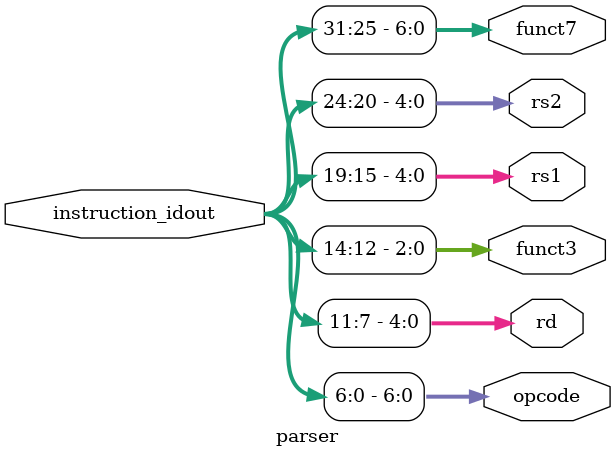
<source format=sv>
module parser(
  input  wire [31:0] instruction_idout,
  output wire [6:0]  opcode,
  output wire [4:0]  rd,
  output wire [2:0]  funct3,
  output wire [4:0]  rs1,
  output wire [4:0]  rs2,
  output wire [6:0]  funct7
);

  assign opcode = instruction_idout[6:0];
  assign rd     = instruction_idout[11:7];
  assign funct3 = instruction_idout[14:12];
  assign rs1    = instruction_idout[19:15];
  assign rs2    = instruction_idout[24:20];
  assign funct7 = instruction_idout[31:25];
endmodule

</source>
